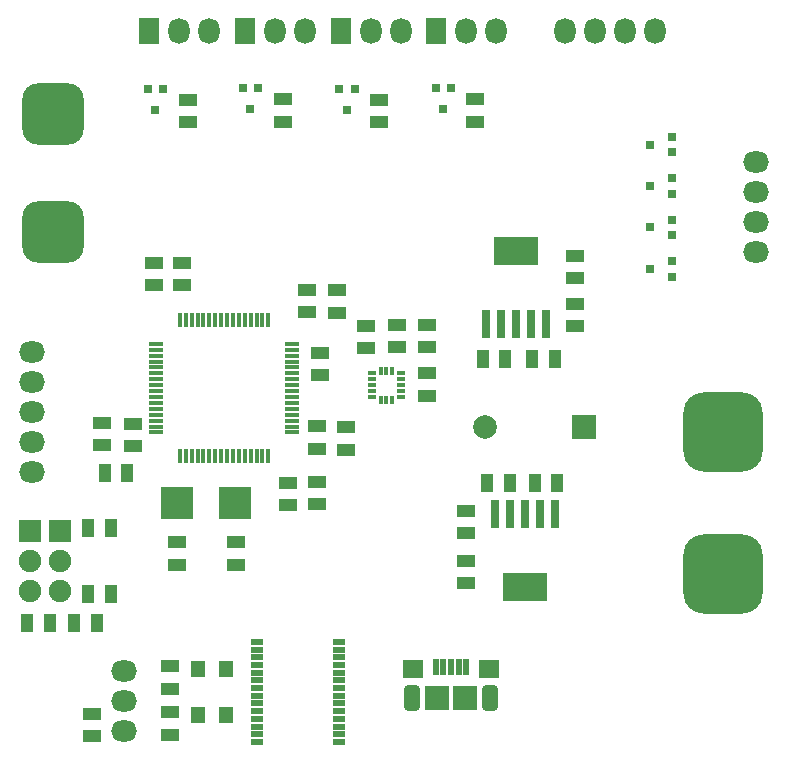
<source format=gts>
G04 Layer_Color=8388736*
%FSLAX44Y44*%
%MOMM*%
G71*
G01*
G75*
%ADD43R,0.8000X2.4000*%
%ADD44R,3.7000X2.4000*%
%ADD45R,1.3000X1.4500*%
%ADD46R,0.3800X0.7800*%
%ADD47R,0.7800X0.3800*%
%ADD48R,1.5000X1.1000*%
%ADD49R,1.1000X1.5000*%
%ADD50R,0.7000X0.8000*%
%ADD51R,0.8000X0.7000*%
%ADD52R,1.0500X0.5000*%
%ADD53R,1.8000X1.6000*%
%ADD54R,2.1000X2.1000*%
%ADD55R,0.5000X1.4500*%
G04:AMPARAMS|DCode=56|XSize=5.2mm|YSize=5.2mm|CornerRadius=1.35mm|HoleSize=0mm|Usage=FLASHONLY|Rotation=90.000|XOffset=0mm|YOffset=0mm|HoleType=Round|Shape=RoundedRectangle|*
%AMROUNDEDRECTD56*
21,1,5.2000,2.5000,0,0,90.0*
21,1,2.5000,5.2000,0,0,90.0*
1,1,2.7000,1.2500,1.2500*
1,1,2.7000,1.2500,-1.2500*
1,1,2.7000,-1.2500,-1.2500*
1,1,2.7000,-1.2500,1.2500*
%
%ADD56ROUNDEDRECTD56*%
G04:AMPARAMS|DCode=57|XSize=6.7mm|YSize=6.7mm|CornerRadius=1.725mm|HoleSize=0mm|Usage=FLASHONLY|Rotation=90.000|XOffset=0mm|YOffset=0mm|HoleType=Round|Shape=RoundedRectangle|*
%AMROUNDEDRECTD57*
21,1,6.7000,3.2500,0,0,90.0*
21,1,3.2500,6.7000,0,0,90.0*
1,1,3.4500,1.6250,1.6250*
1,1,3.4500,1.6250,-1.6250*
1,1,3.4500,-1.6250,-1.6250*
1,1,3.4500,-1.6250,1.6250*
%
%ADD57ROUNDEDRECTD57*%
%ADD58R,1.2800X0.3800*%
%ADD59R,0.3800X1.2800*%
%ADD60R,2.7000X2.8000*%
%ADD61C,2.0000*%
%ADD62R,2.0000X2.0000*%
G04:AMPARAMS|DCode=63|XSize=2.2mm|YSize=1.4mm|CornerRadius=0.4mm|HoleSize=0mm|Usage=FLASHONLY|Rotation=90.000|XOffset=0mm|YOffset=0mm|HoleType=Round|Shape=RoundedRectangle|*
%AMROUNDEDRECTD63*
21,1,2.2000,0.6000,0,0,90.0*
21,1,1.4000,1.4000,0,0,90.0*
1,1,0.8000,0.3000,0.7000*
1,1,0.8000,0.3000,-0.7000*
1,1,0.8000,-0.3000,-0.7000*
1,1,0.8000,-0.3000,0.7000*
%
%ADD63ROUNDEDRECTD63*%
%ADD64O,2.2000X1.8000*%
%ADD65O,1.8000X2.2000*%
%ADD66R,1.8000X2.2000*%
%ADD67R,1.9000X1.9000*%
%ADD68C,1.9000*%
D43*
X92100Y-109000D02*
D03*
X104800D02*
D03*
X117500D02*
D03*
X130200D02*
D03*
X142900D02*
D03*
X135400Y51500D02*
D03*
X122700D02*
D03*
X110000D02*
D03*
X97300D02*
D03*
X84600D02*
D03*
D44*
X117500Y-171000D02*
D03*
X110000Y113500D02*
D03*
D45*
X-159750Y-240000D02*
D03*
X-136250D02*
D03*
X-159750Y-279000D02*
D03*
X-136250D02*
D03*
D46*
X-5000Y12250D02*
D03*
X0D02*
D03*
X5000D02*
D03*
Y-12250D02*
D03*
X0D02*
D03*
X-5000D02*
D03*
D47*
X12250Y10000D02*
D03*
Y5000D02*
D03*
Y0D02*
D03*
Y-5000D02*
D03*
Y-10000D02*
D03*
X-12250D02*
D03*
Y-5000D02*
D03*
Y0D02*
D03*
Y5000D02*
D03*
Y10000D02*
D03*
D48*
X-177500Y-133000D02*
D03*
Y-152000D02*
D03*
X-127500Y-133000D02*
D03*
Y-152000D02*
D03*
X-249000Y-297000D02*
D03*
Y-278000D02*
D03*
X-17000Y31500D02*
D03*
Y50500D02*
D03*
X34000Y-9000D02*
D03*
Y10000D02*
D03*
X8491Y31982D02*
D03*
Y50982D02*
D03*
X34000Y32000D02*
D03*
Y51000D02*
D03*
X-34000Y-35500D02*
D03*
Y-54500D02*
D03*
X-58995Y-34982D02*
D03*
Y-53982D02*
D03*
X-59000Y-82000D02*
D03*
Y-101000D02*
D03*
X-83495Y-82482D02*
D03*
Y-101482D02*
D03*
X-240505Y-51001D02*
D03*
Y-32001D02*
D03*
X-215000Y-51500D02*
D03*
Y-32500D02*
D03*
X-173497Y103501D02*
D03*
Y84501D02*
D03*
X-197000Y103500D02*
D03*
Y84500D02*
D03*
X-67003Y61999D02*
D03*
Y80999D02*
D03*
X-42000Y61500D02*
D03*
Y80500D02*
D03*
X-56000Y27500D02*
D03*
Y8500D02*
D03*
X-6000Y241500D02*
D03*
Y222500D02*
D03*
X-168000Y241500D02*
D03*
Y222500D02*
D03*
X-87500Y242000D02*
D03*
Y223000D02*
D03*
X75000Y242000D02*
D03*
Y223000D02*
D03*
X67500Y-125500D02*
D03*
Y-106500D02*
D03*
Y-167500D02*
D03*
Y-148500D02*
D03*
X160000Y69000D02*
D03*
Y50000D02*
D03*
Y109500D02*
D03*
Y90500D02*
D03*
X-183000Y-277000D02*
D03*
Y-296000D02*
D03*
Y-238000D02*
D03*
Y-257000D02*
D03*
D49*
X81500Y22500D02*
D03*
X100500D02*
D03*
X85500Y-82500D02*
D03*
X104500D02*
D03*
X144500Y-82500D02*
D03*
X125500D02*
D03*
X142500Y22500D02*
D03*
X123500D02*
D03*
X-219500Y-74000D02*
D03*
X-238500D02*
D03*
X-285000Y-201000D02*
D03*
X-304000D02*
D03*
X-245500D02*
D03*
X-264500D02*
D03*
X-233500Y-177000D02*
D03*
X-252500D02*
D03*
X-252500Y-121000D02*
D03*
X-233500D02*
D03*
D50*
X-115150Y233500D02*
D03*
X-121500Y251500D02*
D03*
X-108500D02*
D03*
X47850Y233500D02*
D03*
X41500Y251500D02*
D03*
X54500D02*
D03*
X-195650Y233000D02*
D03*
X-202000Y251000D02*
D03*
X-189000D02*
D03*
X-33650Y233000D02*
D03*
X-40000Y251000D02*
D03*
X-27000D02*
D03*
D51*
X223500Y98650D02*
D03*
X241500Y105000D02*
D03*
Y92000D02*
D03*
X223500Y203650D02*
D03*
X241500Y210000D02*
D03*
Y197000D02*
D03*
X223500Y133650D02*
D03*
X241500Y140000D02*
D03*
Y127000D02*
D03*
X223500Y168650D02*
D03*
X241500Y175000D02*
D03*
Y162000D02*
D03*
D52*
X-110000Y-302000D02*
D03*
Y-295500D02*
D03*
Y-289000D02*
D03*
Y-282500D02*
D03*
Y-276000D02*
D03*
Y-269500D02*
D03*
Y-263000D02*
D03*
Y-256500D02*
D03*
Y-250000D02*
D03*
Y-243500D02*
D03*
Y-237000D02*
D03*
Y-230500D02*
D03*
Y-224000D02*
D03*
Y-217500D02*
D03*
X-40000D02*
D03*
Y-224000D02*
D03*
Y-230500D02*
D03*
Y-237000D02*
D03*
Y-243500D02*
D03*
Y-250000D02*
D03*
Y-256500D02*
D03*
Y-263000D02*
D03*
Y-269500D02*
D03*
Y-276000D02*
D03*
Y-282500D02*
D03*
Y-289000D02*
D03*
Y-295500D02*
D03*
Y-302000D02*
D03*
D53*
X86500Y-240500D02*
D03*
X22500D02*
D03*
D54*
X42500Y-265000D02*
D03*
X66500D02*
D03*
D55*
X67500Y-238250D02*
D03*
X61000D02*
D03*
X54500D02*
D03*
X48000D02*
D03*
X41500D02*
D03*
D56*
X-282500Y130000D02*
D03*
Y230000D02*
D03*
D57*
X285000Y-160000D02*
D03*
Y-40000D02*
D03*
D58*
X-195000Y35000D02*
D03*
Y30000D02*
D03*
Y25000D02*
D03*
Y20000D02*
D03*
Y15000D02*
D03*
Y10000D02*
D03*
Y5000D02*
D03*
Y0D02*
D03*
Y-5000D02*
D03*
Y-10000D02*
D03*
Y-15000D02*
D03*
Y-20000D02*
D03*
Y-25000D02*
D03*
Y-30000D02*
D03*
Y-35000D02*
D03*
Y-40000D02*
D03*
X-80000D02*
D03*
Y-35000D02*
D03*
Y-30000D02*
D03*
Y-25000D02*
D03*
Y-20000D02*
D03*
Y-15000D02*
D03*
Y-10000D02*
D03*
Y-5000D02*
D03*
Y0D02*
D03*
Y5000D02*
D03*
Y10000D02*
D03*
Y15000D02*
D03*
Y20000D02*
D03*
Y25000D02*
D03*
Y30000D02*
D03*
Y35000D02*
D03*
D59*
X-175000Y-60000D02*
D03*
X-170000D02*
D03*
X-165000D02*
D03*
X-160000D02*
D03*
X-155000D02*
D03*
X-150000D02*
D03*
X-145000D02*
D03*
X-140000D02*
D03*
X-135000D02*
D03*
X-130000D02*
D03*
X-125000D02*
D03*
X-120000D02*
D03*
X-115000D02*
D03*
X-110000D02*
D03*
X-105000D02*
D03*
X-100000D02*
D03*
Y55000D02*
D03*
X-105000D02*
D03*
X-110000D02*
D03*
X-115000D02*
D03*
X-120000D02*
D03*
X-125000D02*
D03*
X-130000D02*
D03*
X-135000D02*
D03*
X-140000D02*
D03*
X-145000D02*
D03*
X-150000D02*
D03*
X-155000D02*
D03*
X-160000D02*
D03*
X-165000D02*
D03*
X-170000D02*
D03*
X-175000D02*
D03*
D60*
X-176999Y-100008D02*
D03*
X-127999D02*
D03*
D61*
X83000Y-35000D02*
D03*
D62*
X167000D02*
D03*
D63*
X21500Y-265000D02*
D03*
X87500D02*
D03*
D64*
X312500Y112500D02*
D03*
Y137900D02*
D03*
Y163300D02*
D03*
Y188700D02*
D03*
X-222000Y-292400D02*
D03*
Y-267000D02*
D03*
Y-241600D02*
D03*
X-300000Y-73300D02*
D03*
Y-47900D02*
D03*
Y-22500D02*
D03*
Y2900D02*
D03*
Y28300D02*
D03*
D65*
X-69100Y299500D02*
D03*
X-94500D02*
D03*
X93000Y299500D02*
D03*
X67600D02*
D03*
X-150100D02*
D03*
X-175500D02*
D03*
X11900D02*
D03*
X-13500D02*
D03*
X227400Y300000D02*
D03*
X202000D02*
D03*
X176600D02*
D03*
X151200D02*
D03*
D66*
X-119900Y299500D02*
D03*
X42200Y299500D02*
D03*
X-200900D02*
D03*
X-38900D02*
D03*
D67*
X-301700Y-123600D02*
D03*
X-276300D02*
D03*
D68*
X-301700Y-149000D02*
D03*
X-276300D02*
D03*
Y-174400D02*
D03*
X-301700D02*
D03*
M02*

</source>
